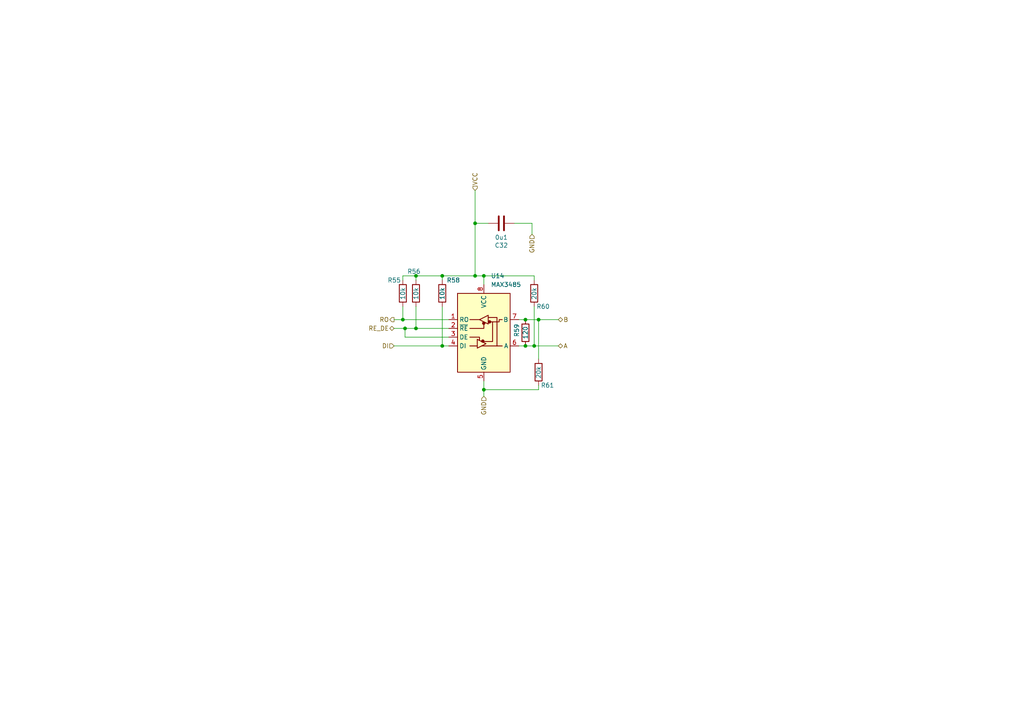
<source format=kicad_sch>
(kicad_sch (version 20211123) (generator eeschema)

  (uuid bb64d000-319e-42dd-b444-03b8f5e4e627)

  (paper "A4")

  (title_block
    (title "CDH_ECU")
    (date "2022-03-06")
    (rev "1.2.3")
    (company "Daniel Edwards")
    (comment 1 "Chinese Diesel Heater - modern ECU replacement")
  )

  (lib_symbols
    (symbol "Device:C" (pin_numbers hide) (pin_names (offset 0.254)) (in_bom yes) (on_board yes)
      (property "Reference" "C" (id 0) (at 0.635 2.54 0)
        (effects (font (size 1.27 1.27)) (justify left))
      )
      (property "Value" "C" (id 1) (at 0.635 -2.54 0)
        (effects (font (size 1.27 1.27)) (justify left))
      )
      (property "Footprint" "" (id 2) (at 0.9652 -3.81 0)
        (effects (font (size 1.27 1.27)) hide)
      )
      (property "Datasheet" "~" (id 3) (at 0 0 0)
        (effects (font (size 1.27 1.27)) hide)
      )
      (property "ki_keywords" "cap capacitor" (id 4) (at 0 0 0)
        (effects (font (size 1.27 1.27)) hide)
      )
      (property "ki_description" "Unpolarized capacitor" (id 5) (at 0 0 0)
        (effects (font (size 1.27 1.27)) hide)
      )
      (property "ki_fp_filters" "C_*" (id 6) (at 0 0 0)
        (effects (font (size 1.27 1.27)) hide)
      )
      (symbol "C_0_1"
        (polyline
          (pts
            (xy -2.032 -0.762)
            (xy 2.032 -0.762)
          )
          (stroke (width 0.508) (type default) (color 0 0 0 0))
          (fill (type none))
        )
        (polyline
          (pts
            (xy -2.032 0.762)
            (xy 2.032 0.762)
          )
          (stroke (width 0.508) (type default) (color 0 0 0 0))
          (fill (type none))
        )
      )
      (symbol "C_1_1"
        (pin passive line (at 0 3.81 270) (length 2.794)
          (name "~" (effects (font (size 1.27 1.27))))
          (number "1" (effects (font (size 1.27 1.27))))
        )
        (pin passive line (at 0 -3.81 90) (length 2.794)
          (name "~" (effects (font (size 1.27 1.27))))
          (number "2" (effects (font (size 1.27 1.27))))
        )
      )
    )
    (symbol "Device:R" (pin_numbers hide) (pin_names (offset 0)) (in_bom yes) (on_board yes)
      (property "Reference" "R" (id 0) (at 2.032 0 90)
        (effects (font (size 1.27 1.27)))
      )
      (property "Value" "R" (id 1) (at 0 0 90)
        (effects (font (size 1.27 1.27)))
      )
      (property "Footprint" "" (id 2) (at -1.778 0 90)
        (effects (font (size 1.27 1.27)) hide)
      )
      (property "Datasheet" "~" (id 3) (at 0 0 0)
        (effects (font (size 1.27 1.27)) hide)
      )
      (property "ki_keywords" "R res resistor" (id 4) (at 0 0 0)
        (effects (font (size 1.27 1.27)) hide)
      )
      (property "ki_description" "Resistor" (id 5) (at 0 0 0)
        (effects (font (size 1.27 1.27)) hide)
      )
      (property "ki_fp_filters" "R_*" (id 6) (at 0 0 0)
        (effects (font (size 1.27 1.27)) hide)
      )
      (symbol "R_0_1"
        (rectangle (start -1.016 -2.54) (end 1.016 2.54)
          (stroke (width 0.254) (type default) (color 0 0 0 0))
          (fill (type none))
        )
      )
      (symbol "R_1_1"
        (pin passive line (at 0 3.81 270) (length 1.27)
          (name "~" (effects (font (size 1.27 1.27))))
          (number "1" (effects (font (size 1.27 1.27))))
        )
        (pin passive line (at 0 -3.81 90) (length 1.27)
          (name "~" (effects (font (size 1.27 1.27))))
          (number "2" (effects (font (size 1.27 1.27))))
        )
      )
    )
    (symbol "Interface_UART:MAX3485" (in_bom yes) (on_board yes)
      (property "Reference" "U" (id 0) (at -6.096 11.43 0)
        (effects (font (size 1.27 1.27)))
      )
      (property "Value" "MAX3485" (id 1) (at 0.762 11.43 0)
        (effects (font (size 1.27 1.27)) (justify left))
      )
      (property "Footprint" "" (id 2) (at 0 -17.78 0)
        (effects (font (size 1.27 1.27)) hide)
      )
      (property "Datasheet" "https://datasheets.maximintegrated.com/en/ds/MAX3483-MAX3491.pdf" (id 3) (at 0 1.27 0)
        (effects (font (size 1.27 1.27)) hide)
      )
      (property "ki_keywords" "RS-485 RS-422 UART line-driver transceiver" (id 4) (at 0 0 0)
        (effects (font (size 1.27 1.27)) hide)
      )
      (property "ki_description" "True RS-485/RS-422, 10Mbps, Slew-Rate Limited, with low-power shutdown, with receiver/driver enable, 32 receiver drive capacitity, DIP-8 and SOIC-8" (id 5) (at 0 0 0)
        (effects (font (size 1.27 1.27)) hide)
      )
      (property "ki_fp_filters" "DIP*W7.62mm* SOIC*3.9x4.9mm*P1.27mm*" (id 6) (at 0 0 0)
        (effects (font (size 1.27 1.27)) hide)
      )
      (symbol "MAX3485_0_1"
        (rectangle (start -7.62 10.16) (end 7.62 -12.7)
          (stroke (width 0.254) (type default) (color 0 0 0 0))
          (fill (type background))
        )
        (circle (center -0.3048 -3.683) (radius 0.3556)
          (stroke (width 0.254) (type default) (color 0 0 0 0))
          (fill (type outline))
        )
        (circle (center -0.0254 1.4986) (radius 0.3556)
          (stroke (width 0.254) (type default) (color 0 0 0 0))
          (fill (type outline))
        )
        (polyline
          (pts
            (xy -4.064 -5.08)
            (xy -1.905 -5.08)
          )
          (stroke (width 0.254) (type default) (color 0 0 0 0))
          (fill (type none))
        )
        (polyline
          (pts
            (xy -4.064 2.54)
            (xy -1.27 2.54)
          )
          (stroke (width 0.254) (type default) (color 0 0 0 0))
          (fill (type none))
        )
        (polyline
          (pts
            (xy -1.27 -3.2004)
            (xy -1.27 -3.4544)
          )
          (stroke (width 0.254) (type default) (color 0 0 0 0))
          (fill (type none))
        )
        (polyline
          (pts
            (xy -0.635 -5.08)
            (xy 5.334 -5.08)
          )
          (stroke (width 0.254) (type default) (color 0 0 0 0))
          (fill (type none))
        )
        (polyline
          (pts
            (xy -4.064 -2.54)
            (xy -1.27 -2.54)
            (xy -1.27 -3.175)
          )
          (stroke (width 0.254) (type default) (color 0 0 0 0))
          (fill (type none))
        )
        (polyline
          (pts
            (xy 0 1.27)
            (xy 0 0)
            (xy -4.064 0)
          )
          (stroke (width 0.254) (type default) (color 0 0 0 0))
          (fill (type none))
        )
        (polyline
          (pts
            (xy 1.27 3.175)
            (xy 3.81 3.175)
            (xy 3.81 -5.08)
          )
          (stroke (width 0.254) (type default) (color 0 0 0 0))
          (fill (type none))
        )
        (polyline
          (pts
            (xy 2.54 1.905)
            (xy 2.54 -3.81)
            (xy 0 -3.81)
          )
          (stroke (width 0.254) (type default) (color 0 0 0 0))
          (fill (type none))
        )
        (polyline
          (pts
            (xy -1.905 -3.175)
            (xy -1.905 -5.715)
            (xy 0.635 -4.445)
            (xy -1.905 -3.175)
          )
          (stroke (width 0.254) (type default) (color 0 0 0 0))
          (fill (type none))
        )
        (polyline
          (pts
            (xy -1.27 2.54)
            (xy 1.27 3.81)
            (xy 1.27 1.27)
            (xy -1.27 2.54)
          )
          (stroke (width 0.254) (type default) (color 0 0 0 0))
          (fill (type none))
        )
        (polyline
          (pts
            (xy 1.905 1.905)
            (xy 4.445 1.905)
            (xy 4.445 2.54)
            (xy 5.334 2.54)
          )
          (stroke (width 0.254) (type default) (color 0 0 0 0))
          (fill (type none))
        )
        (rectangle (start 1.27 3.175) (end 1.27 3.175)
          (stroke (width 0) (type default) (color 0 0 0 0))
          (fill (type none))
        )
        (circle (center 1.651 1.905) (radius 0.3556)
          (stroke (width 0.254) (type default) (color 0 0 0 0))
          (fill (type outline))
        )
      )
      (symbol "MAX3485_1_1"
        (pin output line (at -10.16 2.54 0) (length 2.54)
          (name "RO" (effects (font (size 1.27 1.27))))
          (number "1" (effects (font (size 1.27 1.27))))
        )
        (pin input line (at -10.16 0 0) (length 2.54)
          (name "~{RE}" (effects (font (size 1.27 1.27))))
          (number "2" (effects (font (size 1.27 1.27))))
        )
        (pin input line (at -10.16 -2.54 0) (length 2.54)
          (name "DE" (effects (font (size 1.27 1.27))))
          (number "3" (effects (font (size 1.27 1.27))))
        )
        (pin input line (at -10.16 -5.08 0) (length 2.54)
          (name "DI" (effects (font (size 1.27 1.27))))
          (number "4" (effects (font (size 1.27 1.27))))
        )
        (pin power_in line (at 0 -15.24 90) (length 2.54)
          (name "GND" (effects (font (size 1.27 1.27))))
          (number "5" (effects (font (size 1.27 1.27))))
        )
        (pin bidirectional line (at 10.16 -5.08 180) (length 2.54)
          (name "A" (effects (font (size 1.27 1.27))))
          (number "6" (effects (font (size 1.27 1.27))))
        )
        (pin bidirectional line (at 10.16 2.54 180) (length 2.54)
          (name "B" (effects (font (size 1.27 1.27))))
          (number "7" (effects (font (size 1.27 1.27))))
        )
        (pin power_in line (at 0 12.7 270) (length 2.54)
          (name "VCC" (effects (font (size 1.27 1.27))))
          (number "8" (effects (font (size 1.27 1.27))))
        )
      )
    )
  )

  (junction (at 137.795 80.01) (diameter 0) (color 0 0 0 0)
    (uuid 0b7ac557-83a0-4911-825e-f50bce8d0a66)
  )
  (junction (at 120.65 95.25) (diameter 0) (color 0 0 0 0)
    (uuid 0f63aaba-68b8-4a67-ac70-004febdf3ad2)
  )
  (junction (at 140.335 113.03) (diameter 0) (color 0 0 0 0)
    (uuid 195823d9-564b-477f-a53f-2164c01e3ac0)
  )
  (junction (at 128.27 100.33) (diameter 0) (color 0 0 0 0)
    (uuid 1e14c208-2601-4aea-aa74-7198554473a9)
  )
  (junction (at 154.94 100.33) (diameter 0) (color 0 0 0 0)
    (uuid 1e7b92dc-ebdf-4622-a54b-4e59e7e86228)
  )
  (junction (at 128.27 80.01) (diameter 0) (color 0 0 0 0)
    (uuid 303fa2b3-6aa5-4c59-b84a-3713c8599468)
  )
  (junction (at 120.65 80.01) (diameter 0) (color 0 0 0 0)
    (uuid 43b4c5db-5961-4f31-875e-6c52f8a7c05c)
  )
  (junction (at 117.475 95.25) (diameter 0) (color 0 0 0 0)
    (uuid 5f9e161f-db30-44a1-a010-508bfbcccc5c)
  )
  (junction (at 152.4 92.71) (diameter 0) (color 0 0 0 0)
    (uuid 604b1183-0bd5-4bab-b370-636135de027c)
  )
  (junction (at 116.84 92.71) (diameter 0) (color 0 0 0 0)
    (uuid 6155d9d1-18a8-4728-80a6-5e5888dace45)
  )
  (junction (at 152.4 100.33) (diameter 0) (color 0 0 0 0)
    (uuid 717b49c3-e024-4826-a3e9-f6a7d232779f)
  )
  (junction (at 137.795 64.77) (diameter 0) (color 0 0 0 0)
    (uuid e4aba9ae-b4a1-4ce8-9133-664adacbfbbf)
  )
  (junction (at 156.21 92.71) (diameter 0) (color 0 0 0 0)
    (uuid e4d82e49-4209-47b1-a361-932c10be3681)
  )
  (junction (at 140.335 80.01) (diameter 0) (color 0 0 0 0)
    (uuid f665aef2-b789-45e0-b907-7399a8603079)
  )

  (wire (pts (xy 140.335 110.49) (xy 140.335 113.03))
    (stroke (width 0) (type default) (color 0 0 0 0))
    (uuid 00706df0-4547-4448-8942-8b2c95cccfe7)
  )
  (wire (pts (xy 116.84 92.71) (xy 114.3 92.71))
    (stroke (width 0) (type default) (color 0 0 0 0))
    (uuid 14f22ddb-e2a9-4f6a-a387-a90334f3097d)
  )
  (wire (pts (xy 128.27 88.9) (xy 128.27 100.33))
    (stroke (width 0) (type default) (color 0 0 0 0))
    (uuid 1510e083-b4a1-4260-9ed4-08cfece9ad3b)
  )
  (wire (pts (xy 154.94 81.28) (xy 154.94 80.01))
    (stroke (width 0) (type default) (color 0 0 0 0))
    (uuid 1db61915-2599-454c-aaf8-d3b3fb157297)
  )
  (wire (pts (xy 120.65 80.01) (xy 128.27 80.01))
    (stroke (width 0) (type default) (color 0 0 0 0))
    (uuid 24ea6c4b-df90-4033-8012-139ce28a513b)
  )
  (wire (pts (xy 128.27 100.33) (xy 130.175 100.33))
    (stroke (width 0) (type default) (color 0 0 0 0))
    (uuid 2f8261cb-7edf-45d7-b83d-0983721ac61c)
  )
  (wire (pts (xy 117.475 97.79) (xy 130.175 97.79))
    (stroke (width 0) (type default) (color 0 0 0 0))
    (uuid 36c52654-357f-4918-adf1-0733bb7208be)
  )
  (wire (pts (xy 156.21 92.71) (xy 161.925 92.71))
    (stroke (width 0) (type default) (color 0 0 0 0))
    (uuid 3c643dee-48a8-47fc-afda-30259e65903b)
  )
  (wire (pts (xy 116.84 80.01) (xy 120.65 80.01))
    (stroke (width 0) (type default) (color 0 0 0 0))
    (uuid 49547e8d-4d16-47a8-a743-081ae1d10e66)
  )
  (wire (pts (xy 140.335 113.03) (xy 140.335 114.935))
    (stroke (width 0) (type default) (color 0 0 0 0))
    (uuid 4abfa8fe-5bc2-44eb-8e0e-62b96a2a74a2)
  )
  (wire (pts (xy 137.795 80.01) (xy 140.335 80.01))
    (stroke (width 0) (type default) (color 0 0 0 0))
    (uuid 6358e792-a715-484f-969d-d4e4582b62a4)
  )
  (wire (pts (xy 114.3 100.33) (xy 128.27 100.33))
    (stroke (width 0) (type default) (color 0 0 0 0))
    (uuid 6a5b9c7a-5db9-43cc-a00a-9cb9a185d6cf)
  )
  (wire (pts (xy 156.21 113.03) (xy 140.335 113.03))
    (stroke (width 0) (type default) (color 0 0 0 0))
    (uuid 6ee65b5c-c396-4e2b-96df-66a3da738674)
  )
  (wire (pts (xy 120.65 81.28) (xy 120.65 80.01))
    (stroke (width 0) (type default) (color 0 0 0 0))
    (uuid 76530ff4-508b-4266-9911-cc0070f1c2fd)
  )
  (wire (pts (xy 116.84 81.28) (xy 116.84 80.01))
    (stroke (width 0) (type default) (color 0 0 0 0))
    (uuid 7b48d9c6-a353-46d1-9d7a-71f9e75a5f3f)
  )
  (wire (pts (xy 140.335 80.01) (xy 140.335 82.55))
    (stroke (width 0) (type default) (color 0 0 0 0))
    (uuid 8290be96-f952-4580-b5c3-467ae8eb2376)
  )
  (wire (pts (xy 154.305 64.77) (xy 154.305 67.945))
    (stroke (width 0) (type default) (color 0 0 0 0))
    (uuid 82ca4013-d571-449f-acb1-7489c1e61230)
  )
  (wire (pts (xy 114.3 95.25) (xy 117.475 95.25))
    (stroke (width 0) (type default) (color 0 0 0 0))
    (uuid 86c3d49a-2bdb-4b66-9a48-722f9b570986)
  )
  (wire (pts (xy 154.94 88.9) (xy 154.94 100.33))
    (stroke (width 0) (type default) (color 0 0 0 0))
    (uuid 8bdc2292-1a4b-4aba-b910-968a56b7b93e)
  )
  (wire (pts (xy 152.4 92.71) (xy 156.21 92.71))
    (stroke (width 0) (type default) (color 0 0 0 0))
    (uuid 8c75a720-0a07-40ad-95d6-aaf2cafbdd48)
  )
  (wire (pts (xy 128.27 80.01) (xy 137.795 80.01))
    (stroke (width 0) (type default) (color 0 0 0 0))
    (uuid 91e11013-41d5-4afd-b9c6-07ce76a77c46)
  )
  (wire (pts (xy 128.27 81.28) (xy 128.27 80.01))
    (stroke (width 0) (type default) (color 0 0 0 0))
    (uuid 963ad55e-dabf-4a7c-887f-38ff8126c365)
  )
  (wire (pts (xy 156.21 92.71) (xy 156.21 104.14))
    (stroke (width 0) (type default) (color 0 0 0 0))
    (uuid 9c38648e-9ce6-4b07-93d4-03eaa5cbe140)
  )
  (wire (pts (xy 154.94 100.33) (xy 161.925 100.33))
    (stroke (width 0) (type default) (color 0 0 0 0))
    (uuid 9ed8d4bd-70a5-4795-96cb-017fa35a5fe4)
  )
  (wire (pts (xy 154.305 64.77) (xy 149.225 64.77))
    (stroke (width 0) (type default) (color 0 0 0 0))
    (uuid a2575cfe-c459-4cef-bc5b-423356886b0a)
  )
  (wire (pts (xy 150.495 100.33) (xy 152.4 100.33))
    (stroke (width 0) (type default) (color 0 0 0 0))
    (uuid a290f793-ca78-41a7-b7e6-da7e66f9b790)
  )
  (wire (pts (xy 137.795 64.77) (xy 137.795 80.01))
    (stroke (width 0) (type default) (color 0 0 0 0))
    (uuid a8f5cf31-fc72-4810-afb4-686403a85663)
  )
  (wire (pts (xy 152.4 100.33) (xy 154.94 100.33))
    (stroke (width 0) (type default) (color 0 0 0 0))
    (uuid a924c3c2-ebc7-4d02-85c9-8b15ee271b56)
  )
  (wire (pts (xy 116.84 92.71) (xy 116.84 88.9))
    (stroke (width 0) (type default) (color 0 0 0 0))
    (uuid b258052b-da84-4a8f-b11b-8fb8408b10de)
  )
  (wire (pts (xy 117.475 97.79) (xy 117.475 95.25))
    (stroke (width 0) (type default) (color 0 0 0 0))
    (uuid b46d8ef1-7a8f-47ae-90d2-46df373934d8)
  )
  (wire (pts (xy 150.495 92.71) (xy 152.4 92.71))
    (stroke (width 0) (type default) (color 0 0 0 0))
    (uuid b57f5269-2de1-4e77-9125-7c6cf4374ceb)
  )
  (wire (pts (xy 117.475 95.25) (xy 120.65 95.25))
    (stroke (width 0) (type default) (color 0 0 0 0))
    (uuid b6b6aacf-46d9-4407-a6e5-cb3965faf4e7)
  )
  (wire (pts (xy 137.795 55.245) (xy 137.795 64.77))
    (stroke (width 0) (type default) (color 0 0 0 0))
    (uuid c5db6e9e-6100-4109-81b6-c970697f4f72)
  )
  (wire (pts (xy 137.795 64.77) (xy 141.605 64.77))
    (stroke (width 0) (type default) (color 0 0 0 0))
    (uuid c8bd76ef-c67b-4a69-b304-2d0397f257f5)
  )
  (wire (pts (xy 130.175 92.71) (xy 116.84 92.71))
    (stroke (width 0) (type default) (color 0 0 0 0))
    (uuid d29001c0-d427-4c0b-9ea6-91c1e021801d)
  )
  (wire (pts (xy 120.65 95.25) (xy 130.175 95.25))
    (stroke (width 0) (type default) (color 0 0 0 0))
    (uuid ecc7d7d5-0619-4f2d-9e17-68eb481d0354)
  )
  (wire (pts (xy 156.21 111.76) (xy 156.21 113.03))
    (stroke (width 0) (type default) (color 0 0 0 0))
    (uuid f7575ed0-b1cf-4c52-a948-15bc9d169b80)
  )
  (wire (pts (xy 120.65 88.9) (xy 120.65 95.25))
    (stroke (width 0) (type default) (color 0 0 0 0))
    (uuid fd78a0a3-9bc1-40a6-9251-f9757b764540)
  )
  (wire (pts (xy 140.335 80.01) (xy 154.94 80.01))
    (stroke (width 0) (type default) (color 0 0 0 0))
    (uuid fecb034f-7cfe-4805-8bdf-093d55768b38)
  )

  (hierarchical_label "GND" (shape input) (at 140.335 114.935 270)
    (effects (font (size 1.27 1.27)) (justify right))
    (uuid 33851544-e606-4af6-999d-44c63fda5e4f)
  )
  (hierarchical_label "B" (shape bidirectional) (at 161.925 92.71 0)
    (effects (font (size 1.27 1.27)) (justify left))
    (uuid 679038a6-386b-4ba2-849a-e0bf7ca6f109)
  )
  (hierarchical_label "GND" (shape input) (at 154.305 67.945 270)
    (effects (font (size 1.27 1.27)) (justify right))
    (uuid 814cab1b-56d0-49f2-81e2-29aed5f379be)
  )
  (hierarchical_label "RO" (shape output) (at 114.3 92.71 180)
    (effects (font (size 1.27 1.27)) (justify right))
    (uuid 84ca4407-29bb-49a0-962a-5a26e4110e1c)
  )
  (hierarchical_label "A" (shape bidirectional) (at 161.925 100.33 0)
    (effects (font (size 1.27 1.27)) (justify left))
    (uuid 9bff63c4-9998-427d-bfb1-0a96eb36c151)
  )
  (hierarchical_label "DI" (shape input) (at 114.3 100.33 180)
    (effects (font (size 1.27 1.27)) (justify right))
    (uuid a3c8ff3a-205d-4b74-a552-cba457741bca)
  )
  (hierarchical_label "RE_DE" (shape bidirectional) (at 114.3 95.25 180)
    (effects (font (size 1.27 1.27)) (justify right))
    (uuid befc42e8-f0f8-4c1f-927e-f31fc9a538ca)
  )
  (hierarchical_label "VCC" (shape input) (at 137.795 55.245 90)
    (effects (font (size 1.27 1.27)) (justify left))
    (uuid d3fd0b61-441e-4263-b6cb-afc732af293d)
  )

  (symbol (lib_id "Device:R") (at 154.94 85.09 0) (unit 1)
    (in_bom yes) (on_board yes)
    (uuid 1fa93807-867f-4216-9445-4e55863ae779)
    (property "Reference" "R60" (id 0) (at 155.575 88.9 0)
      (effects (font (size 1.27 1.27)) (justify left))
    )
    (property "Value" "20k" (id 1) (at 154.94 86.995 90)
      (effects (font (size 1.27 1.27)) (justify left))
    )
    (property "Footprint" "Resistor_SMD:R_0805_2012Metric" (id 2) (at 153.162 85.09 90)
      (effects (font (size 1.27 1.27)) hide)
    )
    (property "Datasheet" "~" (id 3) (at 154.94 85.09 0)
      (effects (font (size 1.27 1.27)) hide)
    )
    (pin "1" (uuid d0215b6a-f730-43fc-80f3-3ab07c4a8108))
    (pin "2" (uuid 38cfc696-f371-45b5-a204-d5fd1b980950))
  )

  (symbol (lib_id "Device:R") (at 128.27 85.09 0) (unit 1)
    (in_bom yes) (on_board yes)
    (uuid 364ed23c-bfa1-4349-9e9e-10e69d255607)
    (property "Reference" "R58" (id 0) (at 129.54 81.28 0)
      (effects (font (size 1.27 1.27)) (justify left))
    )
    (property "Value" "10k" (id 1) (at 128.27 86.995 90)
      (effects (font (size 1.27 1.27)) (justify left))
    )
    (property "Footprint" "Resistor_SMD:R_0805_2012Metric" (id 2) (at 126.492 85.09 90)
      (effects (font (size 1.27 1.27)) hide)
    )
    (property "Datasheet" "~" (id 3) (at 128.27 85.09 0)
      (effects (font (size 1.27 1.27)) hide)
    )
    (pin "1" (uuid c5903b21-fb4d-4c56-88ef-ca5094e8c52a))
    (pin "2" (uuid ee16bd96-17c0-4965-a1fd-9aec3339cc85))
  )

  (symbol (lib_id "Device:R") (at 152.4 96.52 0) (unit 1)
    (in_bom yes) (on_board yes)
    (uuid 48ad4e77-6c48-4f25-a570-742a59733df9)
    (property "Reference" "R59" (id 0) (at 149.86 97.79 90)
      (effects (font (size 1.27 1.27)) (justify left))
    )
    (property "Value" "120" (id 1) (at 152.4 98.425 90)
      (effects (font (size 1.27 1.27)) (justify left))
    )
    (property "Footprint" "Resistor_SMD:R_0805_2012Metric" (id 2) (at 150.622 96.52 90)
      (effects (font (size 1.27 1.27)) hide)
    )
    (property "Datasheet" "~" (id 3) (at 152.4 96.52 0)
      (effects (font (size 1.27 1.27)) hide)
    )
    (pin "1" (uuid 7f6ae883-7245-49b5-8ede-318eae042c1b))
    (pin "2" (uuid a89cfb0e-087b-4f75-b46b-efb707dc8b28))
  )

  (symbol (lib_id "Device:R") (at 120.65 85.09 0) (unit 1)
    (in_bom yes) (on_board yes)
    (uuid 7664f6e6-eaee-4c56-a515-7b4ff0376de3)
    (property "Reference" "R56" (id 0) (at 118.11 78.74 0)
      (effects (font (size 1.27 1.27)) (justify left))
    )
    (property "Value" "10k" (id 1) (at 120.65 86.995 90)
      (effects (font (size 1.27 1.27)) (justify left))
    )
    (property "Footprint" "Resistor_SMD:R_0805_2012Metric" (id 2) (at 118.872 85.09 90)
      (effects (font (size 1.27 1.27)) hide)
    )
    (property "Datasheet" "~" (id 3) (at 120.65 85.09 0)
      (effects (font (size 1.27 1.27)) hide)
    )
    (pin "1" (uuid 03bea2d0-30c9-401d-a3c0-272dfe160073))
    (pin "2" (uuid 0e1311e6-c674-4dbc-ada3-3f1ed4a1ef03))
  )

  (symbol (lib_id "Interface_UART:MAX3485") (at 140.335 95.25 0) (unit 1)
    (in_bom yes) (on_board yes) (fields_autoplaced)
    (uuid aea4d0ab-fd91-4026-99d1-246ad358bac9)
    (property "Reference" "U14" (id 0) (at 142.3544 80.01 0)
      (effects (font (size 1.27 1.27)) (justify left))
    )
    (property "Value" "MAX3485" (id 1) (at 142.3544 82.55 0)
      (effects (font (size 1.27 1.27)) (justify left))
    )
    (property "Footprint" "Package_SO:SOIC-8_3.9x4.9mm_P1.27mm" (id 2) (at 140.335 113.03 0)
      (effects (font (size 1.27 1.27)) hide)
    )
    (property "Datasheet" "https://datasheets.maximintegrated.com/en/ds/MAX3483-MAX3491.pdf" (id 3) (at 140.335 93.98 0)
      (effects (font (size 1.27 1.27)) hide)
    )
    (pin "1" (uuid 6ad1a21c-2a4d-42fc-a17f-167b03576617))
    (pin "2" (uuid 508312f3-660a-4eb8-bf78-9af15c895baa))
    (pin "3" (uuid 1d804f90-9046-4cc5-9f4e-4ecf58693135))
    (pin "4" (uuid ae08043e-5853-4821-9978-f3e7765ff8e8))
    (pin "5" (uuid b51f9216-491b-4e49-acc9-dda5fab9b3ca))
    (pin "6" (uuid b506ab45-5047-41b8-abd7-ec7cc238934e))
    (pin "7" (uuid b30359ad-0364-471d-9e5a-2307a8ef17ee))
    (pin "8" (uuid 234005fb-07fe-41da-9269-e3f8a5496626))
  )

  (symbol (lib_id "Device:R") (at 116.84 85.09 0) (unit 1)
    (in_bom yes) (on_board yes)
    (uuid b61f84bf-0c5f-4c07-b6e9-a5f95139e3b4)
    (property "Reference" "R55" (id 0) (at 112.395 81.28 0)
      (effects (font (size 1.27 1.27)) (justify left))
    )
    (property "Value" "10k" (id 1) (at 116.84 86.995 90)
      (effects (font (size 1.27 1.27)) (justify left))
    )
    (property "Footprint" "Resistor_SMD:R_0805_2012Metric" (id 2) (at 115.062 85.09 90)
      (effects (font (size 1.27 1.27)) hide)
    )
    (property "Datasheet" "~" (id 3) (at 116.84 85.09 0)
      (effects (font (size 1.27 1.27)) hide)
    )
    (pin "1" (uuid 54052239-6913-4779-9f2c-50c6007109f6))
    (pin "2" (uuid 1e7ff356-0ff1-4495-b85c-fab7e8e48761))
  )

  (symbol (lib_id "Device:R") (at 156.21 107.95 0) (unit 1)
    (in_bom yes) (on_board yes)
    (uuid e643c97a-6dbe-4130-a32e-7c6a9f44be9d)
    (property "Reference" "R61" (id 0) (at 156.845 111.76 0)
      (effects (font (size 1.27 1.27)) (justify left))
    )
    (property "Value" "20k" (id 1) (at 156.21 109.855 90)
      (effects (font (size 1.27 1.27)) (justify left))
    )
    (property "Footprint" "Resistor_SMD:R_0805_2012Metric" (id 2) (at 154.432 107.95 90)
      (effects (font (size 1.27 1.27)) hide)
    )
    (property "Datasheet" "~" (id 3) (at 156.21 107.95 0)
      (effects (font (size 1.27 1.27)) hide)
    )
    (pin "1" (uuid 51a3e232-4ba7-463b-8e5e-7dc2e44cc200))
    (pin "2" (uuid d374e68f-42cb-42df-9dcd-6bf550c95091))
  )

  (symbol (lib_id "Device:C") (at 145.415 64.77 90) (unit 1)
    (in_bom yes) (on_board yes)
    (uuid fedf34ed-0479-42f8-9603-1a2f0b9053f8)
    (property "Reference" "C32" (id 0) (at 145.415 71.1708 90))
    (property "Value" "0u1" (id 1) (at 145.415 68.8594 90))
    (property "Footprint" "Capacitor_SMD:C_0805_2012Metric" (id 2) (at 149.225 63.8048 0)
      (effects (font (size 1.27 1.27)) hide)
    )
    (property "Datasheet" "~" (id 3) (at 145.415 64.77 0)
      (effects (font (size 1.27 1.27)) hide)
    )
    (pin "1" (uuid 18c670cc-13fe-43bc-8d21-b4e6121d99f4))
    (pin "2" (uuid 55fa11f2-f7d0-4c69-b4ed-2dd9c5c92d1a))
  )
)

</source>
